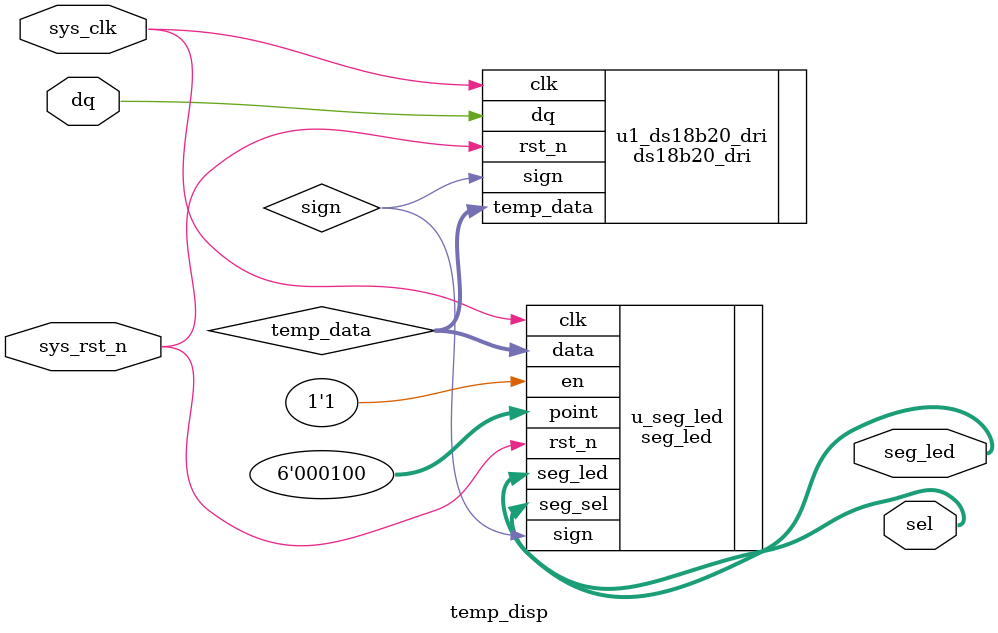
<source format=v>

module temp_disp(
    input            sys_clk     ,    //输入的系统时钟
    input            sys_rst_n   ,    //输入的复位信号
    inout            dq          ,    //ds18b20温度传感器单总线
    output  [5:0]    sel         ,    //输出数码管位选信号
    output  [7:0]    seg_led          //输出数码管段选信号
);

//parameter define
parameter POINT = 6'b000100;          // 数码管小数点的位置

//wire define
wire    [19:0]  temp_data;            // 温度数值
wire            sign;                 // 符号位

//*****************************************************
//**                    main code
//*****************************************************

//例化动态数码管驱动模块
seg_led u_seg_led(
    //module clock
    .clk           (sys_clk  ),       // 时钟信号
    .rst_n         (sys_rst_n),       // 复位信号
    //seg_led interface
    .seg_sel       (sel      ),       // 位选
    .seg_led       (seg_led  ),       // 段选
    //user interface
    .data          (temp_data),       // 显示的数值
    .point         (POINT    ),       // 小数点具体显示的位置,从高到低,高电平有效
    .en            (1'b1     ),       // 数码管使能信号
    .sign          (sign     )        // 符号位（高电平显示“-”号）
);

//例化DS18B20驱动模块
ds18b20_dri u1_ds18b20_dri(
    //module clock
    .clk          (sys_clk  ),        // 时钟信号（50MHz）
    .rst_n        (sys_rst_n),        // 复位信号
    //user interface
    .dq           (dq       ),        // DS18B20的DQ引脚数据
    .temp_data    (temp_data),        // 转换后得到的温度值
    .sign         (sign     )         // 符号位
);

endmodule
</source>
